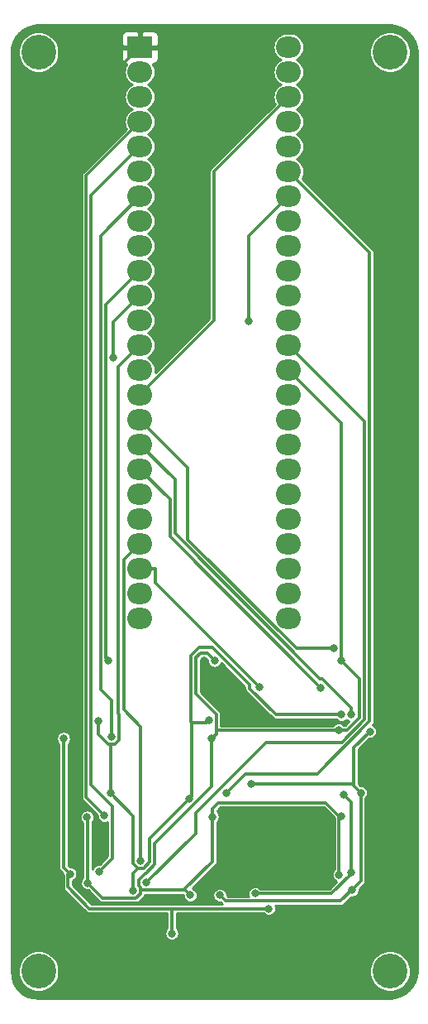
<source format=gbl>
%TF.GenerationSoftware,KiCad,Pcbnew,5.1.10-88a1d61d58~88~ubuntu20.10.1*%
%TF.CreationDate,2021-05-14T12:57:49-04:00*%
%TF.ProjectId,lick_detector_interface,6c69636b-5f64-4657-9465-63746f725f69,1.0*%
%TF.SameCoordinates,Original*%
%TF.FileFunction,Copper,L2,Bot*%
%TF.FilePolarity,Positive*%
%FSLAX46Y46*%
G04 Gerber Fmt 4.6, Leading zero omitted, Abs format (unit mm)*
G04 Created by KiCad (PCBNEW 5.1.10-88a1d61d58~88~ubuntu20.10.1) date 2021-05-14 12:57:49*
%MOMM*%
%LPD*%
G01*
G04 APERTURE LIST*
%TA.AperFunction,ComponentPad*%
%ADD10O,2.540000X2.184400*%
%TD*%
%TA.AperFunction,ComponentPad*%
%ADD11R,2.540000X2.184400*%
%TD*%
%TA.AperFunction,ComponentPad*%
%ADD12C,3.556000*%
%TD*%
%TA.AperFunction,ViaPad*%
%ADD13C,0.812800*%
%TD*%
%TA.AperFunction,Conductor*%
%ADD14C,0.304800*%
%TD*%
%TA.AperFunction,Conductor*%
%ADD15C,0.254000*%
%TD*%
%TA.AperFunction,Conductor*%
%ADD16C,0.100000*%
%TD*%
G04 APERTURE END LIST*
D10*
%TO.P,TEENSY1,*%
%TO.N,*%
X167620000Y-67050000D03*
%TO.P,TEENSY1,33*%
%TO.N,/INT1_9*%
X167620000Y-89910000D03*
%TO.P,TEENSY1,34*%
%TO.N,/INT2_9*%
X167620000Y-87370000D03*
%TO.P,TEENSY1,38*%
%TO.N,/~CS_10*%
X167620000Y-77210000D03*
%TO.P,TEENSY1,37*%
%TO.N,/INT2_10*%
X167620000Y-79750000D03*
%TO.P,TEENSY1,41*%
%TO.N,/~CS_11*%
X167620000Y-69590000D03*
%TO.P,TEENSY1,39*%
%TO.N,/INT1_11*%
X167620000Y-74670000D03*
%TO.P,TEENSY1,35*%
%TO.N,/~CS_9*%
X167620000Y-84830000D03*
%TO.P,TEENSY1,36*%
%TO.N,/INT1_10*%
X167620000Y-82290000D03*
%TO.P,TEENSY1,40*%
%TO.N,/INT2_11*%
X167620000Y-72130000D03*
%TO.P,TEENSY1,3V3*%
%TO.N,/VAA*%
X152380000Y-67050000D03*
%TO.P,TEENSY1,32*%
%TO.N,/~CS_6*%
X152380000Y-89910000D03*
%TO.P,TEENSY1,31*%
%TO.N,/INT2_6*%
X152380000Y-87370000D03*
%TO.P,TEENSY1,27*%
%TO.N,/INT1_7*%
X152380000Y-77210000D03*
%TO.P,TEENSY1,30*%
%TO.N,/INT1_6*%
X152380000Y-84830000D03*
%TO.P,TEENSY1,25*%
%TO.N,/INT2_8*%
X152380000Y-72130000D03*
%TO.P,TEENSY1,28*%
%TO.N,/INT2_7*%
X152380000Y-79750000D03*
%TO.P,TEENSY1,29*%
%TO.N,/~CS_7*%
X152380000Y-82290000D03*
%TO.P,TEENSY1,24*%
%TO.N,/INT1_8*%
X152380000Y-69590000D03*
%TO.P,TEENSY1,26*%
%TO.N,/~CS_8*%
X152380000Y-74670000D03*
%TO.P,TEENSY1,V_IN*%
%TO.N,N/C*%
X167620000Y-31490000D03*
%TO.P,TEENSY1,*%
%TO.N,*%
X167620000Y-34030000D03*
%TO.P,TEENSY1,3V3*%
%TO.N,/VAA*%
X167620000Y-36570000D03*
%TO.P,TEENSY1,23*%
%TO.N,N/C*%
X167620000Y-39110000D03*
%TO.P,TEENSY1,22*%
%TO.N,/~CS_5*%
X167620000Y-41650000D03*
%TO.P,TEENSY1,21*%
%TO.N,/INT2_5*%
X167620000Y-44190000D03*
%TO.P,TEENSY1,20*%
%TO.N,/INT1_5*%
X167620000Y-46730000D03*
%TO.P,TEENSY1,19*%
%TO.N,/~CS_4*%
X167620000Y-49270000D03*
%TO.P,TEENSY1,18*%
%TO.N,/INT2_4*%
X167620000Y-51810000D03*
%TO.P,TEENSY1,17*%
%TO.N,/INT1_4*%
X167620000Y-54350000D03*
%TO.P,TEENSY1,16*%
%TO.N,/~CS_3*%
X167620000Y-56890000D03*
%TO.P,TEENSY1,15*%
%TO.N,/INT2_3*%
X167620000Y-59430000D03*
%TO.P,TEENSY1,14*%
%TO.N,/INT1_3*%
X167620000Y-61970000D03*
%TO.P,TEENSY1,13*%
%TO.N,/SCK*%
X167620000Y-64510000D03*
%TO.P,TEENSY1,12*%
%TO.N,/MISO*%
X152380000Y-64510000D03*
%TO.P,TEENSY1,11*%
%TO.N,/MOSI*%
X152380000Y-61970000D03*
%TO.P,TEENSY1,10*%
%TO.N,/~CS_0*%
X152380000Y-59430000D03*
%TO.P,TEENSY1,9*%
%TO.N,/INT2_0*%
X152380000Y-56890000D03*
%TO.P,TEENSY1,8*%
%TO.N,/INT1_0*%
X152380000Y-54350000D03*
%TO.P,TEENSY1,7*%
%TO.N,/~CS_1*%
X152380000Y-51810000D03*
%TO.P,TEENSY1,6*%
%TO.N,/INT2_1*%
X152380000Y-49270000D03*
%TO.P,TEENSY1,5*%
%TO.N,/INT1_1*%
X152380000Y-46730000D03*
%TO.P,TEENSY1,4*%
%TO.N,/~CS_2*%
X152380000Y-44190000D03*
%TO.P,TEENSY1,3*%
%TO.N,/INT2_2*%
X152380000Y-41650000D03*
%TO.P,TEENSY1,2*%
%TO.N,/INT1_2*%
X152380000Y-39110000D03*
%TO.P,TEENSY1,1*%
%TO.N,N/C*%
X152380000Y-36570000D03*
%TO.P,TEENSY1,0*%
X152380000Y-34030000D03*
D11*
%TO.P,TEENSY1,GND*%
%TO.N,/GND*%
X152380000Y-31490000D03*
%TD*%
D12*
%TO.P,MH1,1*%
%TO.N,N/C*%
X142000000Y-32000000D03*
%TD*%
%TO.P,MH2,1*%
%TO.N,N/C*%
X178000000Y-32000000D03*
%TD*%
%TO.P,MH3,1*%
%TO.N,N/C*%
X178000000Y-126000000D03*
%TD*%
%TO.P,MH4,1*%
%TO.N,N/C*%
X142000000Y-126000000D03*
%TD*%
D13*
%TO.N,/SCK*%
X157555200Y-118213200D03*
X173033000Y-110114700D03*
X172787000Y-116123900D03*
X146982500Y-110233100D03*
X147036400Y-116981600D03*
X173029500Y-94220900D03*
X172750000Y-101296000D03*
X159764600Y-102222000D03*
X160047300Y-94217400D03*
X159809500Y-110189800D03*
%TO.N,/MOSI*%
X148168300Y-100411600D03*
X164195200Y-118055000D03*
X151664800Y-117744900D03*
X173250000Y-107954400D03*
X173998300Y-115909900D03*
X157440600Y-108381900D03*
X149393300Y-107810200D03*
X159438000Y-100358900D03*
X173037700Y-99761700D03*
%TO.N,/MISO*%
X163827600Y-106870400D03*
X160582100Y-118211700D03*
X174125600Y-117664200D03*
X175960200Y-101479500D03*
X175018400Y-107737500D03*
%TO.N,/GND*%
X160763000Y-109533700D03*
X171813700Y-100581600D03*
X171750000Y-117035100D03*
X171768400Y-110229700D03*
X145804800Y-117021400D03*
X145768400Y-94217400D03*
X145927700Y-110227200D03*
X161522600Y-100406400D03*
X145590300Y-102084800D03*
X158837400Y-118239200D03*
X158926700Y-94217400D03*
%TO.N,/VAA*%
X155656200Y-122123800D03*
X165585800Y-119595400D03*
X144573900Y-102182500D03*
X145250000Y-116027400D03*
%TO.N,/INT2_0*%
X149684800Y-63245700D03*
%TO.N,/INT1_0*%
X149136900Y-94223600D03*
%TO.N,/INT1_1*%
X149476100Y-101992700D03*
%TO.N,/INT2_2*%
X148209000Y-115783000D03*
%TO.N,/INT1_2*%
X148750000Y-110076000D03*
%TO.N,/INT1_3*%
X153034500Y-116958300D03*
%TO.N,/INT1_5*%
X163555900Y-59492600D03*
%TO.N,/INT2_5*%
X161250000Y-107764900D03*
%TO.N,/INT1_6*%
X164632300Y-96920600D03*
%TO.N,/~CS_7*%
X152479000Y-114681900D03*
%TO.N,/~CS_8*%
X170943300Y-97036800D03*
%TO.N,/INT2_8*%
X174054100Y-99761700D03*
%TO.N,/INT1_8*%
X172247700Y-92950600D03*
%TD*%
D14*
%TO.N,/SCK*%
X172750000Y-101296000D02*
X173614500Y-101296000D01*
X173614500Y-101296000D02*
X174871700Y-100038800D01*
X174871700Y-100038800D02*
X174871700Y-96063100D01*
X174871700Y-96063100D02*
X173029500Y-94220900D01*
X159809500Y-110189800D02*
X159809500Y-109409200D01*
X159809500Y-109409200D02*
X160447300Y-108771400D01*
X160447300Y-108771400D02*
X171443700Y-108771400D01*
X171443700Y-108771400D02*
X172787000Y-110114700D01*
X160201000Y-101375800D02*
X172670200Y-101375800D01*
X172670200Y-101375800D02*
X172750000Y-101296000D01*
X156972100Y-117630100D02*
X157555200Y-118213200D01*
X152427100Y-117720600D02*
X156881600Y-117720600D01*
X156881600Y-117720600D02*
X156972100Y-117630100D01*
X156972100Y-117630100D02*
X159809500Y-114792700D01*
X159809500Y-114792700D02*
X159809500Y-110189800D01*
X152427100Y-117720600D02*
X152427100Y-117429100D01*
X152427100Y-117429100D02*
X152246100Y-117248100D01*
X152246100Y-117248100D02*
X152246100Y-116627000D01*
X152246100Y-116627000D02*
X152920600Y-115952500D01*
X152920600Y-115952500D02*
X153005300Y-115952500D01*
X153005300Y-115952500D02*
X153929600Y-115028200D01*
X153929600Y-115028200D02*
X153929600Y-112971100D01*
X153929600Y-112971100D02*
X159764600Y-107136100D01*
X159764600Y-107136100D02*
X159764600Y-102222000D01*
X160201000Y-101375800D02*
X160201000Y-99702600D01*
X160201000Y-99702600D02*
X158137600Y-97639200D01*
X158137600Y-97639200D02*
X158137600Y-93921900D01*
X158137600Y-93921900D02*
X158604500Y-93455000D01*
X158604500Y-93455000D02*
X159284900Y-93455000D01*
X159284900Y-93455000D02*
X160047300Y-94217400D01*
X159764600Y-102222000D02*
X160201000Y-101785600D01*
X160201000Y-101785600D02*
X160201000Y-101375800D01*
X147036400Y-116981600D02*
X148562000Y-118507200D01*
X148562000Y-118507200D02*
X151980600Y-118507200D01*
X151980600Y-118507200D02*
X152427100Y-118060700D01*
X152427100Y-118060700D02*
X152427100Y-117720600D01*
X172787000Y-116123900D02*
X172787000Y-110114700D01*
X173033000Y-110114700D02*
X172787000Y-110114700D01*
X147036400Y-116981600D02*
X147036400Y-110287000D01*
X147036400Y-110287000D02*
X146982500Y-110233100D01*
X167620000Y-64510000D02*
X173029500Y-69919500D01*
X173029500Y-69919500D02*
X173029500Y-94220900D01*
%TO.N,/MOSI*%
X149393300Y-102776800D02*
X149174900Y-102776800D01*
X149174900Y-102776800D02*
X148168300Y-101770200D01*
X148168300Y-101770200D02*
X148168300Y-100411600D01*
X152380000Y-61970000D02*
X150201200Y-64148800D01*
X150201200Y-64148800D02*
X150201200Y-99649600D01*
X150201200Y-99649600D02*
X150244500Y-99692900D01*
X150244500Y-99692900D02*
X150244500Y-102351300D01*
X150244500Y-102351300D02*
X149819000Y-102776800D01*
X149819000Y-102776800D02*
X149393300Y-102776800D01*
X149393300Y-107810200D02*
X149393300Y-102776800D01*
X173998300Y-115909900D02*
X173998300Y-116058500D01*
X173998300Y-116058500D02*
X172001800Y-118055000D01*
X172001800Y-118055000D02*
X164195200Y-118055000D01*
X173998300Y-115909900D02*
X173998300Y-108702700D01*
X173998300Y-108702700D02*
X173250000Y-107954400D01*
X152163300Y-115444200D02*
X152794800Y-115444200D01*
X152794800Y-115444200D02*
X153421300Y-114817700D01*
X153421300Y-114817700D02*
X153421300Y-112401200D01*
X153421300Y-112401200D02*
X157440600Y-108381900D01*
X149393300Y-107810200D02*
X151716700Y-110133600D01*
X151716700Y-110133600D02*
X151716700Y-114997600D01*
X151716700Y-114997600D02*
X152163300Y-115444200D01*
X152163300Y-115444200D02*
X151664800Y-115942700D01*
X151664800Y-115942700D02*
X151664800Y-117744900D01*
X157712500Y-100539300D02*
X157621900Y-100448700D01*
X157621900Y-100448700D02*
X157621900Y-93702600D01*
X157621900Y-93702600D02*
X158428100Y-92896400D01*
X158428100Y-92896400D02*
X159805100Y-92896400D01*
X159805100Y-92896400D02*
X163629300Y-96720600D01*
X163629300Y-96720600D02*
X163629300Y-97076800D01*
X163629300Y-97076800D02*
X166314200Y-99761700D01*
X166314200Y-99761700D02*
X173037700Y-99761700D01*
X157712500Y-100539300D02*
X157712500Y-108110000D01*
X157712500Y-108110000D02*
X157440600Y-108381900D01*
X157712500Y-100539300D02*
X159257600Y-100539300D01*
X159257600Y-100539300D02*
X159438000Y-100358900D01*
%TO.N,/MISO*%
X160582100Y-118211700D02*
X161187700Y-118817300D01*
X161187700Y-118817300D02*
X172972500Y-118817300D01*
X172972500Y-118817300D02*
X174125600Y-117664200D01*
X174323300Y-106870400D02*
X174323300Y-103116400D01*
X174323300Y-103116400D02*
X175960200Y-101479500D01*
X175018400Y-107737500D02*
X174323300Y-107042400D01*
X174323300Y-107042400D02*
X174323300Y-106870400D01*
X174323300Y-106870400D02*
X163827600Y-106870400D01*
X175018400Y-107737500D02*
X175018400Y-116771400D01*
X175018400Y-116771400D02*
X174125600Y-117664200D01*
%TO.N,/GND*%
X158837400Y-118239200D02*
X158061100Y-119015500D01*
X158061100Y-119015500D02*
X147992300Y-119015500D01*
X147992300Y-119015500D02*
X146017200Y-117040400D01*
X146017200Y-117040400D02*
X146017200Y-117021400D01*
X163435000Y-113641600D02*
X158837400Y-118239200D01*
X168356500Y-113641600D02*
X163435000Y-113641600D01*
X163435000Y-113641600D02*
X163435000Y-112205700D01*
X163435000Y-112205700D02*
X160763000Y-109533700D01*
X161522600Y-100406400D02*
X171638500Y-100406400D01*
X171638500Y-100406400D02*
X171813700Y-100581600D01*
X158926700Y-94217400D02*
X161522600Y-96813300D01*
X161522600Y-96813300D02*
X161522600Y-100406400D01*
X168356500Y-113641600D02*
X171768400Y-110229700D01*
X168356500Y-113641600D02*
X171750000Y-117035100D01*
X152380000Y-31490000D02*
X145768400Y-38101600D01*
X145768400Y-38101600D02*
X145768400Y-94217400D01*
X145590300Y-102084800D02*
X145768400Y-101906700D01*
X145768400Y-101906700D02*
X145768400Y-94217400D01*
X146017200Y-117021400D02*
X145804800Y-117021400D01*
X145927700Y-110227200D02*
X146017200Y-110316700D01*
X146017200Y-110316700D02*
X146017200Y-117021400D01*
X145590300Y-102084800D02*
X145590300Y-109889800D01*
X145590300Y-109889800D02*
X145927700Y-110227200D01*
%TO.N,/VAA*%
X155656200Y-119595400D02*
X147241000Y-119595400D01*
X147241000Y-119595400D02*
X145018600Y-117373000D01*
X145018600Y-117373000D02*
X145018600Y-116258800D01*
X145018600Y-116258800D02*
X145250000Y-116027400D01*
X165585800Y-119595400D02*
X155656200Y-119595400D01*
X155656200Y-119595400D02*
X155656200Y-122123800D01*
X144573900Y-102182500D02*
X144573900Y-115351300D01*
X144573900Y-115351300D02*
X145250000Y-116027400D01*
X152380000Y-67050000D02*
X160000000Y-59430000D01*
X160000000Y-59430000D02*
X160000000Y-44190000D01*
X160000000Y-44190000D02*
X167620000Y-36570000D01*
%TO.N,/INT2_0*%
X152380000Y-56890000D02*
X149684800Y-59585200D01*
X149684800Y-59585200D02*
X149684800Y-63245700D01*
%TO.N,/INT1_0*%
X149136900Y-94223600D02*
X148922400Y-94009100D01*
X148922400Y-94009100D02*
X148922400Y-57807600D01*
X148922400Y-57807600D02*
X152380000Y-54350000D01*
%TO.N,/INT1_1*%
X152380000Y-46730000D02*
X148349000Y-50761000D01*
X148349000Y-50761000D02*
X148349000Y-97184200D01*
X148349000Y-97184200D02*
X149476100Y-98311300D01*
X149476100Y-98311300D02*
X149476100Y-101992700D01*
%TO.N,/INT2_2*%
X152380000Y-41650000D02*
X147406000Y-46624000D01*
X147406000Y-46624000D02*
X147406000Y-106953700D01*
X147406000Y-106953700D02*
X149558300Y-109106000D01*
X149558300Y-109106000D02*
X149558300Y-114433700D01*
X149558300Y-114433700D02*
X148209000Y-115783000D01*
%TO.N,/INT1_2*%
X152380000Y-39110000D02*
X146897700Y-44592300D01*
X146897700Y-44592300D02*
X146897700Y-108223700D01*
X146897700Y-108223700D02*
X148750000Y-110076000D01*
%TO.N,/INT1_3*%
X167620000Y-61970000D02*
X175394000Y-69744000D01*
X175394000Y-69744000D02*
X175394000Y-100240500D01*
X175394000Y-100240500D02*
X173067900Y-102566600D01*
X173067900Y-102566600D02*
X165340600Y-102566600D01*
X165340600Y-102566600D02*
X158080700Y-109826500D01*
X158080700Y-109826500D02*
X158080700Y-111912100D01*
X158080700Y-111912100D02*
X153034500Y-116958300D01*
%TO.N,/INT1_5*%
X167620000Y-46730000D02*
X163555900Y-50794100D01*
X163555900Y-50794100D02*
X163555900Y-59492600D01*
%TO.N,/INT2_5*%
X167620000Y-44190000D02*
X175912500Y-52482500D01*
X175912500Y-52482500D02*
X175912500Y-100441000D01*
X175912500Y-100441000D02*
X170549900Y-105803600D01*
X170549900Y-105803600D02*
X163211300Y-105803600D01*
X163211300Y-105803600D02*
X161250000Y-107764900D01*
%TO.N,/INT1_6*%
X154005900Y-84830000D02*
X154005900Y-86294200D01*
X154005900Y-86294200D02*
X164632300Y-96920600D01*
X152380000Y-84830000D02*
X154005900Y-84830000D01*
%TO.N,/~CS_7*%
X152380000Y-82290000D02*
X150743600Y-83926400D01*
X150743600Y-83926400D02*
X150743600Y-99226000D01*
X150743600Y-99226000D02*
X152479000Y-100961400D01*
X152479000Y-100961400D02*
X152479000Y-114681900D01*
%TO.N,/~CS_8*%
X152380000Y-74670000D02*
X155460800Y-77750800D01*
X155460800Y-77750800D02*
X155460800Y-81554300D01*
X155460800Y-81554300D02*
X170943300Y-97036800D01*
%TO.N,/INT2_8*%
X152380000Y-72130000D02*
X155969200Y-75719200D01*
X155969200Y-75719200D02*
X155969200Y-81228400D01*
X155969200Y-81228400D02*
X170844300Y-96103500D01*
X170844300Y-96103500D02*
X171117500Y-96103500D01*
X171117500Y-96103500D02*
X174054100Y-99040100D01*
X174054100Y-99040100D02*
X174054100Y-99761700D01*
%TO.N,/INT1_8*%
X152380000Y-69590000D02*
X157298300Y-74508300D01*
X157298300Y-74508300D02*
X157298300Y-81838500D01*
X157298300Y-81838500D02*
X168410400Y-92950600D01*
X168410400Y-92950600D02*
X172247700Y-92950600D01*
%TD*%
D15*
%TO.N,/GND*%
X178538169Y-29282063D02*
X179055832Y-29438354D01*
X179533287Y-29692221D01*
X179952334Y-30033988D01*
X180297019Y-30450640D01*
X180554212Y-30926310D01*
X180714115Y-31442870D01*
X180771768Y-31991409D01*
X180771800Y-32000508D01*
X180771801Y-125988828D01*
X180717937Y-126538169D01*
X180561646Y-127055830D01*
X180307779Y-127533287D01*
X179966012Y-127952334D01*
X179549360Y-128297019D01*
X179073693Y-128554210D01*
X178557130Y-128714115D01*
X178008591Y-128771768D01*
X177999492Y-128771800D01*
X142011162Y-128771800D01*
X141461831Y-128717937D01*
X140944170Y-128561646D01*
X140466713Y-128307779D01*
X140047666Y-127966012D01*
X139702981Y-127549360D01*
X139445790Y-127073693D01*
X139285885Y-126557130D01*
X139228232Y-126008591D01*
X139228200Y-125999492D01*
X139228200Y-125792360D01*
X139891800Y-125792360D01*
X139891800Y-126207640D01*
X139972817Y-126614939D01*
X140131737Y-126998607D01*
X140362454Y-127343899D01*
X140656101Y-127637546D01*
X141001393Y-127868263D01*
X141385061Y-128027183D01*
X141792360Y-128108200D01*
X142207640Y-128108200D01*
X142614939Y-128027183D01*
X142998607Y-127868263D01*
X143343899Y-127637546D01*
X143637546Y-127343899D01*
X143868263Y-126998607D01*
X144027183Y-126614939D01*
X144108200Y-126207640D01*
X144108200Y-125792360D01*
X175891800Y-125792360D01*
X175891800Y-126207640D01*
X175972817Y-126614939D01*
X176131737Y-126998607D01*
X176362454Y-127343899D01*
X176656101Y-127637546D01*
X177001393Y-127868263D01*
X177385061Y-128027183D01*
X177792360Y-128108200D01*
X178207640Y-128108200D01*
X178614939Y-128027183D01*
X178998607Y-127868263D01*
X179343899Y-127637546D01*
X179637546Y-127343899D01*
X179868263Y-126998607D01*
X180027183Y-126614939D01*
X180108200Y-126207640D01*
X180108200Y-125792360D01*
X180027183Y-125385061D01*
X179868263Y-125001393D01*
X179637546Y-124656101D01*
X179343899Y-124362454D01*
X178998607Y-124131737D01*
X178614939Y-123972817D01*
X178207640Y-123891800D01*
X177792360Y-123891800D01*
X177385061Y-123972817D01*
X177001393Y-124131737D01*
X176656101Y-124362454D01*
X176362454Y-124656101D01*
X176131737Y-125001393D01*
X175972817Y-125385061D01*
X175891800Y-125792360D01*
X144108200Y-125792360D01*
X144027183Y-125385061D01*
X143868263Y-125001393D01*
X143637546Y-124656101D01*
X143343899Y-124362454D01*
X142998607Y-124131737D01*
X142614939Y-123972817D01*
X142207640Y-123891800D01*
X141792360Y-123891800D01*
X141385061Y-123972817D01*
X141001393Y-124131737D01*
X140656101Y-124362454D01*
X140362454Y-124656101D01*
X140131737Y-125001393D01*
X139972817Y-125385061D01*
X139891800Y-125792360D01*
X139228200Y-125792360D01*
X139228200Y-102109951D01*
X143837300Y-102109951D01*
X143837300Y-102255049D01*
X143865607Y-102397358D01*
X143921134Y-102531411D01*
X144001745Y-102652055D01*
X144091300Y-102741610D01*
X144091301Y-115327585D01*
X144088965Y-115351300D01*
X144098284Y-115445906D01*
X144125878Y-115536876D01*
X144159512Y-115599799D01*
X144170692Y-115620715D01*
X144231000Y-115694201D01*
X144249413Y-115709312D01*
X144513400Y-115973299D01*
X144513400Y-116099949D01*
X144537418Y-116220697D01*
X144533665Y-116258800D01*
X144536001Y-116282515D01*
X144536000Y-117349295D01*
X144533665Y-117373000D01*
X144536000Y-117396705D01*
X144536000Y-117396706D01*
X144542983Y-117467605D01*
X144570578Y-117558576D01*
X144615391Y-117642415D01*
X144675699Y-117715901D01*
X144694118Y-117731017D01*
X146882983Y-119919882D01*
X146898099Y-119938301D01*
X146971585Y-119998609D01*
X147055423Y-120043422D01*
X147146394Y-120071017D01*
X147217293Y-120078000D01*
X147217294Y-120078000D01*
X147240999Y-120080335D01*
X147264704Y-120078000D01*
X155173600Y-120078000D01*
X155173601Y-121564689D01*
X155084045Y-121654245D01*
X155003434Y-121774889D01*
X154947907Y-121908942D01*
X154919600Y-122051251D01*
X154919600Y-122196349D01*
X154947907Y-122338658D01*
X155003434Y-122472711D01*
X155084045Y-122593355D01*
X155186645Y-122695955D01*
X155307289Y-122776566D01*
X155441342Y-122832093D01*
X155583651Y-122860400D01*
X155728749Y-122860400D01*
X155871058Y-122832093D01*
X156005111Y-122776566D01*
X156125755Y-122695955D01*
X156228355Y-122593355D01*
X156308966Y-122472711D01*
X156364493Y-122338658D01*
X156392800Y-122196349D01*
X156392800Y-122051251D01*
X156364493Y-121908942D01*
X156308966Y-121774889D01*
X156228355Y-121654245D01*
X156138800Y-121564690D01*
X156138800Y-120078000D01*
X165026690Y-120078000D01*
X165116245Y-120167555D01*
X165236889Y-120248166D01*
X165370942Y-120303693D01*
X165513251Y-120332000D01*
X165658349Y-120332000D01*
X165800658Y-120303693D01*
X165934711Y-120248166D01*
X166055355Y-120167555D01*
X166157955Y-120064955D01*
X166238566Y-119944311D01*
X166294093Y-119810258D01*
X166322400Y-119667949D01*
X166322400Y-119522851D01*
X166294093Y-119380542D01*
X166260690Y-119299900D01*
X172948795Y-119299900D01*
X172972500Y-119302235D01*
X172996205Y-119299900D01*
X172996207Y-119299900D01*
X173067106Y-119292917D01*
X173158077Y-119265322D01*
X173241915Y-119220509D01*
X173315401Y-119160201D01*
X173330517Y-119141782D01*
X174071500Y-118400800D01*
X174198149Y-118400800D01*
X174340458Y-118372493D01*
X174474511Y-118316966D01*
X174595155Y-118236355D01*
X174697755Y-118133755D01*
X174778366Y-118013111D01*
X174833893Y-117879058D01*
X174862200Y-117736749D01*
X174862200Y-117610099D01*
X175342887Y-117129412D01*
X175361301Y-117114301D01*
X175421609Y-117040815D01*
X175466422Y-116956977D01*
X175484793Y-116896415D01*
X175494017Y-116866007D01*
X175503335Y-116771400D01*
X175501000Y-116747693D01*
X175501000Y-108296610D01*
X175590555Y-108207055D01*
X175671166Y-108086411D01*
X175726693Y-107952358D01*
X175755000Y-107810049D01*
X175755000Y-107664951D01*
X175726693Y-107522642D01*
X175671166Y-107388589D01*
X175590555Y-107267945D01*
X175487955Y-107165345D01*
X175367311Y-107084734D01*
X175233258Y-107029207D01*
X175090949Y-107000900D01*
X174964299Y-107000900D01*
X174805900Y-106842501D01*
X174805900Y-103316299D01*
X175906099Y-102216100D01*
X176032749Y-102216100D01*
X176175058Y-102187793D01*
X176309111Y-102132266D01*
X176429755Y-102051655D01*
X176532355Y-101949055D01*
X176612966Y-101828411D01*
X176668493Y-101694358D01*
X176696800Y-101552049D01*
X176696800Y-101406951D01*
X176668493Y-101264642D01*
X176612966Y-101130589D01*
X176532355Y-101009945D01*
X176429755Y-100907345D01*
X176309111Y-100826734D01*
X176238731Y-100797581D01*
X176255401Y-100783901D01*
X176315709Y-100710415D01*
X176360522Y-100626577D01*
X176379205Y-100564987D01*
X176388117Y-100535607D01*
X176397435Y-100441000D01*
X176395100Y-100417293D01*
X176395100Y-52506207D01*
X176397435Y-52482500D01*
X176388117Y-52387893D01*
X176360522Y-52296923D01*
X176315708Y-52213084D01*
X176270513Y-52158013D01*
X176270512Y-52158012D01*
X176255401Y-52139599D01*
X176236988Y-52124488D01*
X169024647Y-44912147D01*
X169118284Y-44736963D01*
X169199619Y-44468839D01*
X169227082Y-44190000D01*
X169199619Y-43911161D01*
X169118284Y-43643037D01*
X168986205Y-43395933D01*
X168808455Y-43179345D01*
X168591867Y-43001595D01*
X168439213Y-42920000D01*
X168591867Y-42838405D01*
X168808455Y-42660655D01*
X168986205Y-42444067D01*
X169118284Y-42196963D01*
X169199619Y-41928839D01*
X169227082Y-41650000D01*
X169199619Y-41371161D01*
X169118284Y-41103037D01*
X168986205Y-40855933D01*
X168808455Y-40639345D01*
X168591867Y-40461595D01*
X168439213Y-40380000D01*
X168591867Y-40298405D01*
X168808455Y-40120655D01*
X168986205Y-39904067D01*
X169118284Y-39656963D01*
X169199619Y-39388839D01*
X169227082Y-39110000D01*
X169199619Y-38831161D01*
X169118284Y-38563037D01*
X168986205Y-38315933D01*
X168808455Y-38099345D01*
X168591867Y-37921595D01*
X168439213Y-37840000D01*
X168591867Y-37758405D01*
X168808455Y-37580655D01*
X168986205Y-37364067D01*
X169118284Y-37116963D01*
X169199619Y-36848839D01*
X169227082Y-36570000D01*
X169199619Y-36291161D01*
X169118284Y-36023037D01*
X168986205Y-35775933D01*
X168808455Y-35559345D01*
X168591867Y-35381595D01*
X168439213Y-35300000D01*
X168591867Y-35218405D01*
X168808455Y-35040655D01*
X168986205Y-34824067D01*
X169118284Y-34576963D01*
X169199619Y-34308839D01*
X169227082Y-34030000D01*
X169199619Y-33751161D01*
X169118284Y-33483037D01*
X168986205Y-33235933D01*
X168808455Y-33019345D01*
X168591867Y-32841595D01*
X168439213Y-32760000D01*
X168591867Y-32678405D01*
X168808455Y-32500655D01*
X168986205Y-32284067D01*
X169118284Y-32036963D01*
X169192483Y-31792360D01*
X175891800Y-31792360D01*
X175891800Y-32207640D01*
X175972817Y-32614939D01*
X176131737Y-32998607D01*
X176362454Y-33343899D01*
X176656101Y-33637546D01*
X177001393Y-33868263D01*
X177385061Y-34027183D01*
X177792360Y-34108200D01*
X178207640Y-34108200D01*
X178614939Y-34027183D01*
X178998607Y-33868263D01*
X179343899Y-33637546D01*
X179637546Y-33343899D01*
X179868263Y-32998607D01*
X180027183Y-32614939D01*
X180108200Y-32207640D01*
X180108200Y-31792360D01*
X180027183Y-31385061D01*
X179868263Y-31001393D01*
X179637546Y-30656101D01*
X179343899Y-30362454D01*
X178998607Y-30131737D01*
X178614939Y-29972817D01*
X178207640Y-29891800D01*
X177792360Y-29891800D01*
X177385061Y-29972817D01*
X177001393Y-30131737D01*
X176656101Y-30362454D01*
X176362454Y-30656101D01*
X176131737Y-31001393D01*
X175972817Y-31385061D01*
X175891800Y-31792360D01*
X169192483Y-31792360D01*
X169199619Y-31768839D01*
X169227082Y-31490000D01*
X169199619Y-31211161D01*
X169118284Y-30943037D01*
X168986205Y-30695933D01*
X168808455Y-30479345D01*
X168591867Y-30301595D01*
X168344763Y-30169516D01*
X168076639Y-30088181D01*
X167867675Y-30067600D01*
X167372325Y-30067600D01*
X167163361Y-30088181D01*
X166895237Y-30169516D01*
X166648133Y-30301595D01*
X166431545Y-30479345D01*
X166253795Y-30695933D01*
X166121716Y-30943037D01*
X166040381Y-31211161D01*
X166012918Y-31490000D01*
X166040381Y-31768839D01*
X166121716Y-32036963D01*
X166253795Y-32284067D01*
X166431545Y-32500655D01*
X166648133Y-32678405D01*
X166800787Y-32760000D01*
X166648133Y-32841595D01*
X166431545Y-33019345D01*
X166253795Y-33235933D01*
X166121716Y-33483037D01*
X166040381Y-33751161D01*
X166012918Y-34030000D01*
X166040381Y-34308839D01*
X166121716Y-34576963D01*
X166253795Y-34824067D01*
X166431545Y-35040655D01*
X166648133Y-35218405D01*
X166800787Y-35300000D01*
X166648133Y-35381595D01*
X166431545Y-35559345D01*
X166253795Y-35775933D01*
X166121716Y-36023037D01*
X166040381Y-36291161D01*
X166012918Y-36570000D01*
X166040381Y-36848839D01*
X166121716Y-37116963D01*
X166215353Y-37292148D01*
X159675514Y-43831987D01*
X159657100Y-43847099D01*
X159641989Y-43865512D01*
X159641987Y-43865514D01*
X159596792Y-43920585D01*
X159551978Y-44004424D01*
X159524384Y-44095394D01*
X159515065Y-44190000D01*
X159517401Y-44213715D01*
X159517400Y-59230101D01*
X153959724Y-64787777D01*
X153987082Y-64510000D01*
X153959619Y-64231161D01*
X153878284Y-63963037D01*
X153746205Y-63715933D01*
X153568455Y-63499345D01*
X153351867Y-63321595D01*
X153199213Y-63240000D01*
X153351867Y-63158405D01*
X153568455Y-62980655D01*
X153746205Y-62764067D01*
X153878284Y-62516963D01*
X153959619Y-62248839D01*
X153987082Y-61970000D01*
X153959619Y-61691161D01*
X153878284Y-61423037D01*
X153746205Y-61175933D01*
X153568455Y-60959345D01*
X153351867Y-60781595D01*
X153199213Y-60700000D01*
X153351867Y-60618405D01*
X153568455Y-60440655D01*
X153746205Y-60224067D01*
X153878284Y-59976963D01*
X153959619Y-59708839D01*
X153987082Y-59430000D01*
X153959619Y-59151161D01*
X153878284Y-58883037D01*
X153746205Y-58635933D01*
X153568455Y-58419345D01*
X153351867Y-58241595D01*
X153199213Y-58160000D01*
X153351867Y-58078405D01*
X153568455Y-57900655D01*
X153746205Y-57684067D01*
X153878284Y-57436963D01*
X153959619Y-57168839D01*
X153987082Y-56890000D01*
X153959619Y-56611161D01*
X153878284Y-56343037D01*
X153746205Y-56095933D01*
X153568455Y-55879345D01*
X153351867Y-55701595D01*
X153199213Y-55620000D01*
X153351867Y-55538405D01*
X153568455Y-55360655D01*
X153746205Y-55144067D01*
X153878284Y-54896963D01*
X153959619Y-54628839D01*
X153987082Y-54350000D01*
X153959619Y-54071161D01*
X153878284Y-53803037D01*
X153746205Y-53555933D01*
X153568455Y-53339345D01*
X153351867Y-53161595D01*
X153199213Y-53080000D01*
X153351867Y-52998405D01*
X153568455Y-52820655D01*
X153746205Y-52604067D01*
X153878284Y-52356963D01*
X153959619Y-52088839D01*
X153987082Y-51810000D01*
X153959619Y-51531161D01*
X153878284Y-51263037D01*
X153746205Y-51015933D01*
X153568455Y-50799345D01*
X153351867Y-50621595D01*
X153199213Y-50540000D01*
X153351867Y-50458405D01*
X153568455Y-50280655D01*
X153746205Y-50064067D01*
X153878284Y-49816963D01*
X153959619Y-49548839D01*
X153987082Y-49270000D01*
X153959619Y-48991161D01*
X153878284Y-48723037D01*
X153746205Y-48475933D01*
X153568455Y-48259345D01*
X153351867Y-48081595D01*
X153199213Y-48000000D01*
X153351867Y-47918405D01*
X153568455Y-47740655D01*
X153746205Y-47524067D01*
X153878284Y-47276963D01*
X153959619Y-47008839D01*
X153987082Y-46730000D01*
X153959619Y-46451161D01*
X153878284Y-46183037D01*
X153746205Y-45935933D01*
X153568455Y-45719345D01*
X153351867Y-45541595D01*
X153199213Y-45460000D01*
X153351867Y-45378405D01*
X153568455Y-45200655D01*
X153746205Y-44984067D01*
X153878284Y-44736963D01*
X153959619Y-44468839D01*
X153987082Y-44190000D01*
X153959619Y-43911161D01*
X153878284Y-43643037D01*
X153746205Y-43395933D01*
X153568455Y-43179345D01*
X153351867Y-43001595D01*
X153199213Y-42920000D01*
X153351867Y-42838405D01*
X153568455Y-42660655D01*
X153746205Y-42444067D01*
X153878284Y-42196963D01*
X153959619Y-41928839D01*
X153987082Y-41650000D01*
X153959619Y-41371161D01*
X153878284Y-41103037D01*
X153746205Y-40855933D01*
X153568455Y-40639345D01*
X153351867Y-40461595D01*
X153199213Y-40380000D01*
X153351867Y-40298405D01*
X153568455Y-40120655D01*
X153746205Y-39904067D01*
X153878284Y-39656963D01*
X153959619Y-39388839D01*
X153987082Y-39110000D01*
X153959619Y-38831161D01*
X153878284Y-38563037D01*
X153746205Y-38315933D01*
X153568455Y-38099345D01*
X153351867Y-37921595D01*
X153199213Y-37840000D01*
X153351867Y-37758405D01*
X153568455Y-37580655D01*
X153746205Y-37364067D01*
X153878284Y-37116963D01*
X153959619Y-36848839D01*
X153987082Y-36570000D01*
X153959619Y-36291161D01*
X153878284Y-36023037D01*
X153746205Y-35775933D01*
X153568455Y-35559345D01*
X153351867Y-35381595D01*
X153199213Y-35300000D01*
X153351867Y-35218405D01*
X153568455Y-35040655D01*
X153746205Y-34824067D01*
X153878284Y-34576963D01*
X153959619Y-34308839D01*
X153987082Y-34030000D01*
X153959619Y-33751161D01*
X153878284Y-33483037D01*
X153746205Y-33235933D01*
X153727119Y-33212677D01*
X153774482Y-33208012D01*
X153894180Y-33171702D01*
X154004494Y-33112737D01*
X154101185Y-33033385D01*
X154180537Y-32936694D01*
X154239502Y-32826380D01*
X154275812Y-32706682D01*
X154288072Y-32582200D01*
X154285000Y-31775750D01*
X154126250Y-31617000D01*
X152507000Y-31617000D01*
X152507000Y-31637000D01*
X152253000Y-31637000D01*
X152253000Y-31617000D01*
X150633750Y-31617000D01*
X150475000Y-31775750D01*
X150471928Y-32582200D01*
X150484188Y-32706682D01*
X150520498Y-32826380D01*
X150579463Y-32936694D01*
X150658815Y-33033385D01*
X150755506Y-33112737D01*
X150865820Y-33171702D01*
X150985518Y-33208012D01*
X151032881Y-33212677D01*
X151013795Y-33235933D01*
X150881716Y-33483037D01*
X150800381Y-33751161D01*
X150772918Y-34030000D01*
X150800381Y-34308839D01*
X150881716Y-34576963D01*
X151013795Y-34824067D01*
X151191545Y-35040655D01*
X151408133Y-35218405D01*
X151560787Y-35300000D01*
X151408133Y-35381595D01*
X151191545Y-35559345D01*
X151013795Y-35775933D01*
X150881716Y-36023037D01*
X150800381Y-36291161D01*
X150772918Y-36570000D01*
X150800381Y-36848839D01*
X150881716Y-37116963D01*
X151013795Y-37364067D01*
X151191545Y-37580655D01*
X151408133Y-37758405D01*
X151560787Y-37840000D01*
X151408133Y-37921595D01*
X151191545Y-38099345D01*
X151013795Y-38315933D01*
X150881716Y-38563037D01*
X150800381Y-38831161D01*
X150772918Y-39110000D01*
X150800381Y-39388839D01*
X150881716Y-39656963D01*
X150975353Y-39832147D01*
X146573218Y-44234283D01*
X146554799Y-44249399D01*
X146494491Y-44322885D01*
X146449678Y-44406724D01*
X146422083Y-44497695D01*
X146418616Y-44532900D01*
X146412765Y-44592300D01*
X146415100Y-44616005D01*
X146415101Y-108199985D01*
X146412765Y-108223700D01*
X146422084Y-108318306D01*
X146449678Y-108409276D01*
X146469197Y-108445793D01*
X146494492Y-108493115D01*
X146554800Y-108566601D01*
X146573213Y-108581712D01*
X148013400Y-110021900D01*
X148013400Y-110148549D01*
X148041707Y-110290858D01*
X148097234Y-110424911D01*
X148177845Y-110545555D01*
X148280445Y-110648155D01*
X148401089Y-110728766D01*
X148535142Y-110784293D01*
X148677451Y-110812600D01*
X148822549Y-110812600D01*
X148964858Y-110784293D01*
X149075700Y-110738380D01*
X149075701Y-114233800D01*
X148263101Y-115046400D01*
X148136451Y-115046400D01*
X147994142Y-115074707D01*
X147860089Y-115130234D01*
X147739445Y-115210845D01*
X147636845Y-115313445D01*
X147556234Y-115434089D01*
X147519000Y-115523979D01*
X147519000Y-110738310D01*
X147554655Y-110702655D01*
X147635266Y-110582011D01*
X147690793Y-110447958D01*
X147719100Y-110305649D01*
X147719100Y-110160551D01*
X147690793Y-110018242D01*
X147635266Y-109884189D01*
X147554655Y-109763545D01*
X147452055Y-109660945D01*
X147331411Y-109580334D01*
X147197358Y-109524807D01*
X147055049Y-109496500D01*
X146909951Y-109496500D01*
X146767642Y-109524807D01*
X146633589Y-109580334D01*
X146512945Y-109660945D01*
X146410345Y-109763545D01*
X146329734Y-109884189D01*
X146274207Y-110018242D01*
X146245900Y-110160551D01*
X146245900Y-110305649D01*
X146274207Y-110447958D01*
X146329734Y-110582011D01*
X146410345Y-110702655D01*
X146512945Y-110805255D01*
X146553801Y-110832554D01*
X146553800Y-116422490D01*
X146464245Y-116512045D01*
X146383634Y-116632689D01*
X146328107Y-116766742D01*
X146299800Y-116909051D01*
X146299800Y-117054149D01*
X146328107Y-117196458D01*
X146383634Y-117330511D01*
X146464245Y-117451155D01*
X146566845Y-117553755D01*
X146687489Y-117634366D01*
X146821542Y-117689893D01*
X146963851Y-117718200D01*
X147090501Y-117718200D01*
X148203983Y-118831682D01*
X148219099Y-118850101D01*
X148292585Y-118910409D01*
X148376423Y-118955222D01*
X148467394Y-118982817D01*
X148538293Y-118989800D01*
X148538294Y-118989800D01*
X148561999Y-118992135D01*
X148585704Y-118989800D01*
X151956895Y-118989800D01*
X151980600Y-118992135D01*
X152004305Y-118989800D01*
X152004307Y-118989800D01*
X152075206Y-118982817D01*
X152166177Y-118955222D01*
X152250015Y-118910409D01*
X152323501Y-118850101D01*
X152338617Y-118831682D01*
X152751582Y-118418717D01*
X152770001Y-118403601D01*
X152830309Y-118330115D01*
X152875122Y-118246277D01*
X152888189Y-118203200D01*
X156818600Y-118203200D01*
X156818600Y-118285749D01*
X156846907Y-118428058D01*
X156902434Y-118562111D01*
X156983045Y-118682755D01*
X157085645Y-118785355D01*
X157206289Y-118865966D01*
X157340342Y-118921493D01*
X157482651Y-118949800D01*
X157627749Y-118949800D01*
X157770058Y-118921493D01*
X157904111Y-118865966D01*
X158024755Y-118785355D01*
X158127355Y-118682755D01*
X158207966Y-118562111D01*
X158263493Y-118428058D01*
X158291800Y-118285749D01*
X158291800Y-118140651D01*
X158263493Y-117998342D01*
X158207966Y-117864289D01*
X158127355Y-117743645D01*
X158024755Y-117641045D01*
X157904111Y-117560434D01*
X157776941Y-117507758D01*
X160133988Y-115150712D01*
X160152401Y-115135601D01*
X160212709Y-115062115D01*
X160257522Y-114978277D01*
X160285117Y-114887306D01*
X160292100Y-114816407D01*
X160292100Y-114816406D01*
X160294435Y-114792700D01*
X160292100Y-114768993D01*
X160292100Y-110748910D01*
X160381655Y-110659355D01*
X160462266Y-110538711D01*
X160517793Y-110404658D01*
X160546100Y-110262349D01*
X160546100Y-110117251D01*
X160517793Y-109974942D01*
X160462266Y-109840889D01*
X160381655Y-109720245D01*
X160292100Y-109630690D01*
X160292100Y-109609099D01*
X160647199Y-109254000D01*
X171243801Y-109254000D01*
X172304401Y-110314601D01*
X172304400Y-115564790D01*
X172214845Y-115654345D01*
X172134234Y-115774989D01*
X172078707Y-115909042D01*
X172050400Y-116051351D01*
X172050400Y-116196449D01*
X172078707Y-116338758D01*
X172134234Y-116472811D01*
X172214845Y-116593455D01*
X172317445Y-116696055D01*
X172438089Y-116776666D01*
X172550905Y-116823396D01*
X171801901Y-117572400D01*
X164754310Y-117572400D01*
X164664755Y-117482845D01*
X164544111Y-117402234D01*
X164410058Y-117346707D01*
X164267749Y-117318400D01*
X164122651Y-117318400D01*
X163980342Y-117346707D01*
X163846289Y-117402234D01*
X163725645Y-117482845D01*
X163623045Y-117585445D01*
X163542434Y-117706089D01*
X163486907Y-117840142D01*
X163458600Y-117982451D01*
X163458600Y-118127549D01*
X163486907Y-118269858D01*
X163513766Y-118334700D01*
X161387600Y-118334700D01*
X161318700Y-118265800D01*
X161318700Y-118139151D01*
X161290393Y-117996842D01*
X161234866Y-117862789D01*
X161154255Y-117742145D01*
X161051655Y-117639545D01*
X160931011Y-117558934D01*
X160796958Y-117503407D01*
X160654649Y-117475100D01*
X160509551Y-117475100D01*
X160367242Y-117503407D01*
X160233189Y-117558934D01*
X160112545Y-117639545D01*
X160009945Y-117742145D01*
X159929334Y-117862789D01*
X159873807Y-117996842D01*
X159845500Y-118139151D01*
X159845500Y-118284249D01*
X159873807Y-118426558D01*
X159929334Y-118560611D01*
X160009945Y-118681255D01*
X160112545Y-118783855D01*
X160233189Y-118864466D01*
X160367242Y-118919993D01*
X160509551Y-118948300D01*
X160636200Y-118948300D01*
X160800700Y-119112800D01*
X155679907Y-119112800D01*
X155656200Y-119110465D01*
X155632493Y-119112800D01*
X147440899Y-119112800D01*
X145501200Y-117173101D01*
X145501200Y-116720640D01*
X145598911Y-116680166D01*
X145719555Y-116599555D01*
X145822155Y-116496955D01*
X145902766Y-116376311D01*
X145958293Y-116242258D01*
X145986600Y-116099949D01*
X145986600Y-115954851D01*
X145958293Y-115812542D01*
X145902766Y-115678489D01*
X145822155Y-115557845D01*
X145719555Y-115455245D01*
X145598911Y-115374634D01*
X145464858Y-115319107D01*
X145322549Y-115290800D01*
X145195899Y-115290800D01*
X145056500Y-115151401D01*
X145056500Y-102741610D01*
X145146055Y-102652055D01*
X145226666Y-102531411D01*
X145282193Y-102397358D01*
X145310500Y-102255049D01*
X145310500Y-102109951D01*
X145282193Y-101967642D01*
X145226666Y-101833589D01*
X145146055Y-101712945D01*
X145043455Y-101610345D01*
X144922811Y-101529734D01*
X144788758Y-101474207D01*
X144646449Y-101445900D01*
X144501351Y-101445900D01*
X144359042Y-101474207D01*
X144224989Y-101529734D01*
X144104345Y-101610345D01*
X144001745Y-101712945D01*
X143921134Y-101833589D01*
X143865607Y-101967642D01*
X143837300Y-102109951D01*
X139228200Y-102109951D01*
X139228200Y-32011163D01*
X139249654Y-31792360D01*
X139891800Y-31792360D01*
X139891800Y-32207640D01*
X139972817Y-32614939D01*
X140131737Y-32998607D01*
X140362454Y-33343899D01*
X140656101Y-33637546D01*
X141001393Y-33868263D01*
X141385061Y-34027183D01*
X141792360Y-34108200D01*
X142207640Y-34108200D01*
X142614939Y-34027183D01*
X142998607Y-33868263D01*
X143343899Y-33637546D01*
X143637546Y-33343899D01*
X143868263Y-32998607D01*
X144027183Y-32614939D01*
X144108200Y-32207640D01*
X144108200Y-31792360D01*
X144027183Y-31385061D01*
X143868263Y-31001393D01*
X143637546Y-30656101D01*
X143379245Y-30397800D01*
X150471928Y-30397800D01*
X150475000Y-31204250D01*
X150633750Y-31363000D01*
X152253000Y-31363000D01*
X152253000Y-29921550D01*
X152507000Y-29921550D01*
X152507000Y-31363000D01*
X154126250Y-31363000D01*
X154285000Y-31204250D01*
X154288072Y-30397800D01*
X154275812Y-30273318D01*
X154239502Y-30153620D01*
X154180537Y-30043306D01*
X154101185Y-29946615D01*
X154004494Y-29867263D01*
X153894180Y-29808298D01*
X153774482Y-29771988D01*
X153650000Y-29759728D01*
X152665750Y-29762800D01*
X152507000Y-29921550D01*
X152253000Y-29921550D01*
X152094250Y-29762800D01*
X151110000Y-29759728D01*
X150985518Y-29771988D01*
X150865820Y-29808298D01*
X150755506Y-29867263D01*
X150658815Y-29946615D01*
X150579463Y-30043306D01*
X150520498Y-30153620D01*
X150484188Y-30273318D01*
X150471928Y-30397800D01*
X143379245Y-30397800D01*
X143343899Y-30362454D01*
X142998607Y-30131737D01*
X142614939Y-29972817D01*
X142207640Y-29891800D01*
X141792360Y-29891800D01*
X141385061Y-29972817D01*
X141001393Y-30131737D01*
X140656101Y-30362454D01*
X140362454Y-30656101D01*
X140131737Y-31001393D01*
X139972817Y-31385061D01*
X139891800Y-31792360D01*
X139249654Y-31792360D01*
X139282063Y-31461831D01*
X139438354Y-30944168D01*
X139692221Y-30466713D01*
X140033988Y-30047666D01*
X140450640Y-29702981D01*
X140926310Y-29445788D01*
X141442870Y-29285885D01*
X141991409Y-29228232D01*
X142000508Y-29228200D01*
X177988837Y-29228200D01*
X178538169Y-29282063D01*
%TA.AperFunction,Conductor*%
D16*
G36*
X178538169Y-29282063D02*
G01*
X179055832Y-29438354D01*
X179533287Y-29692221D01*
X179952334Y-30033988D01*
X180297019Y-30450640D01*
X180554212Y-30926310D01*
X180714115Y-31442870D01*
X180771768Y-31991409D01*
X180771800Y-32000508D01*
X180771801Y-125988828D01*
X180717937Y-126538169D01*
X180561646Y-127055830D01*
X180307779Y-127533287D01*
X179966012Y-127952334D01*
X179549360Y-128297019D01*
X179073693Y-128554210D01*
X178557130Y-128714115D01*
X178008591Y-128771768D01*
X177999492Y-128771800D01*
X142011162Y-128771800D01*
X141461831Y-128717937D01*
X140944170Y-128561646D01*
X140466713Y-128307779D01*
X140047666Y-127966012D01*
X139702981Y-127549360D01*
X139445790Y-127073693D01*
X139285885Y-126557130D01*
X139228232Y-126008591D01*
X139228200Y-125999492D01*
X139228200Y-125792360D01*
X139891800Y-125792360D01*
X139891800Y-126207640D01*
X139972817Y-126614939D01*
X140131737Y-126998607D01*
X140362454Y-127343899D01*
X140656101Y-127637546D01*
X141001393Y-127868263D01*
X141385061Y-128027183D01*
X141792360Y-128108200D01*
X142207640Y-128108200D01*
X142614939Y-128027183D01*
X142998607Y-127868263D01*
X143343899Y-127637546D01*
X143637546Y-127343899D01*
X143868263Y-126998607D01*
X144027183Y-126614939D01*
X144108200Y-126207640D01*
X144108200Y-125792360D01*
X175891800Y-125792360D01*
X175891800Y-126207640D01*
X175972817Y-126614939D01*
X176131737Y-126998607D01*
X176362454Y-127343899D01*
X176656101Y-127637546D01*
X177001393Y-127868263D01*
X177385061Y-128027183D01*
X177792360Y-128108200D01*
X178207640Y-128108200D01*
X178614939Y-128027183D01*
X178998607Y-127868263D01*
X179343899Y-127637546D01*
X179637546Y-127343899D01*
X179868263Y-126998607D01*
X180027183Y-126614939D01*
X180108200Y-126207640D01*
X180108200Y-125792360D01*
X180027183Y-125385061D01*
X179868263Y-125001393D01*
X179637546Y-124656101D01*
X179343899Y-124362454D01*
X178998607Y-124131737D01*
X178614939Y-123972817D01*
X178207640Y-123891800D01*
X177792360Y-123891800D01*
X177385061Y-123972817D01*
X177001393Y-124131737D01*
X176656101Y-124362454D01*
X176362454Y-124656101D01*
X176131737Y-125001393D01*
X175972817Y-125385061D01*
X175891800Y-125792360D01*
X144108200Y-125792360D01*
X144027183Y-125385061D01*
X143868263Y-125001393D01*
X143637546Y-124656101D01*
X143343899Y-124362454D01*
X142998607Y-124131737D01*
X142614939Y-123972817D01*
X142207640Y-123891800D01*
X141792360Y-123891800D01*
X141385061Y-123972817D01*
X141001393Y-124131737D01*
X140656101Y-124362454D01*
X140362454Y-124656101D01*
X140131737Y-125001393D01*
X139972817Y-125385061D01*
X139891800Y-125792360D01*
X139228200Y-125792360D01*
X139228200Y-102109951D01*
X143837300Y-102109951D01*
X143837300Y-102255049D01*
X143865607Y-102397358D01*
X143921134Y-102531411D01*
X144001745Y-102652055D01*
X144091300Y-102741610D01*
X144091301Y-115327585D01*
X144088965Y-115351300D01*
X144098284Y-115445906D01*
X144125878Y-115536876D01*
X144159512Y-115599799D01*
X144170692Y-115620715D01*
X144231000Y-115694201D01*
X144249413Y-115709312D01*
X144513400Y-115973299D01*
X144513400Y-116099949D01*
X144537418Y-116220697D01*
X144533665Y-116258800D01*
X144536001Y-116282515D01*
X144536000Y-117349295D01*
X144533665Y-117373000D01*
X144536000Y-117396705D01*
X144536000Y-117396706D01*
X144542983Y-117467605D01*
X144570578Y-117558576D01*
X144615391Y-117642415D01*
X144675699Y-117715901D01*
X144694118Y-117731017D01*
X146882983Y-119919882D01*
X146898099Y-119938301D01*
X146971585Y-119998609D01*
X147055423Y-120043422D01*
X147146394Y-120071017D01*
X147217293Y-120078000D01*
X147217294Y-120078000D01*
X147240999Y-120080335D01*
X147264704Y-120078000D01*
X155173600Y-120078000D01*
X155173601Y-121564689D01*
X155084045Y-121654245D01*
X155003434Y-121774889D01*
X154947907Y-121908942D01*
X154919600Y-122051251D01*
X154919600Y-122196349D01*
X154947907Y-122338658D01*
X155003434Y-122472711D01*
X155084045Y-122593355D01*
X155186645Y-122695955D01*
X155307289Y-122776566D01*
X155441342Y-122832093D01*
X155583651Y-122860400D01*
X155728749Y-122860400D01*
X155871058Y-122832093D01*
X156005111Y-122776566D01*
X156125755Y-122695955D01*
X156228355Y-122593355D01*
X156308966Y-122472711D01*
X156364493Y-122338658D01*
X156392800Y-122196349D01*
X156392800Y-122051251D01*
X156364493Y-121908942D01*
X156308966Y-121774889D01*
X156228355Y-121654245D01*
X156138800Y-121564690D01*
X156138800Y-120078000D01*
X165026690Y-120078000D01*
X165116245Y-120167555D01*
X165236889Y-120248166D01*
X165370942Y-120303693D01*
X165513251Y-120332000D01*
X165658349Y-120332000D01*
X165800658Y-120303693D01*
X165934711Y-120248166D01*
X166055355Y-120167555D01*
X166157955Y-120064955D01*
X166238566Y-119944311D01*
X166294093Y-119810258D01*
X166322400Y-119667949D01*
X166322400Y-119522851D01*
X166294093Y-119380542D01*
X166260690Y-119299900D01*
X172948795Y-119299900D01*
X172972500Y-119302235D01*
X172996205Y-119299900D01*
X172996207Y-119299900D01*
X173067106Y-119292917D01*
X173158077Y-119265322D01*
X173241915Y-119220509D01*
X173315401Y-119160201D01*
X173330517Y-119141782D01*
X174071500Y-118400800D01*
X174198149Y-118400800D01*
X174340458Y-118372493D01*
X174474511Y-118316966D01*
X174595155Y-118236355D01*
X174697755Y-118133755D01*
X174778366Y-118013111D01*
X174833893Y-117879058D01*
X174862200Y-117736749D01*
X174862200Y-117610099D01*
X175342887Y-117129412D01*
X175361301Y-117114301D01*
X175421609Y-117040815D01*
X175466422Y-116956977D01*
X175484793Y-116896415D01*
X175494017Y-116866007D01*
X175503335Y-116771400D01*
X175501000Y-116747693D01*
X175501000Y-108296610D01*
X175590555Y-108207055D01*
X175671166Y-108086411D01*
X175726693Y-107952358D01*
X175755000Y-107810049D01*
X175755000Y-107664951D01*
X175726693Y-107522642D01*
X175671166Y-107388589D01*
X175590555Y-107267945D01*
X175487955Y-107165345D01*
X175367311Y-107084734D01*
X175233258Y-107029207D01*
X175090949Y-107000900D01*
X174964299Y-107000900D01*
X174805900Y-106842501D01*
X174805900Y-103316299D01*
X175906099Y-102216100D01*
X176032749Y-102216100D01*
X176175058Y-102187793D01*
X176309111Y-102132266D01*
X176429755Y-102051655D01*
X176532355Y-101949055D01*
X176612966Y-101828411D01*
X176668493Y-101694358D01*
X176696800Y-101552049D01*
X176696800Y-101406951D01*
X176668493Y-101264642D01*
X176612966Y-101130589D01*
X176532355Y-101009945D01*
X176429755Y-100907345D01*
X176309111Y-100826734D01*
X176238731Y-100797581D01*
X176255401Y-100783901D01*
X176315709Y-100710415D01*
X176360522Y-100626577D01*
X176379205Y-100564987D01*
X176388117Y-100535607D01*
X176397435Y-100441000D01*
X176395100Y-100417293D01*
X176395100Y-52506207D01*
X176397435Y-52482500D01*
X176388117Y-52387893D01*
X176360522Y-52296923D01*
X176315708Y-52213084D01*
X176270513Y-52158013D01*
X176270512Y-52158012D01*
X176255401Y-52139599D01*
X176236988Y-52124488D01*
X169024647Y-44912147D01*
X169118284Y-44736963D01*
X169199619Y-44468839D01*
X169227082Y-44190000D01*
X169199619Y-43911161D01*
X169118284Y-43643037D01*
X168986205Y-43395933D01*
X168808455Y-43179345D01*
X168591867Y-43001595D01*
X168439213Y-42920000D01*
X168591867Y-42838405D01*
X168808455Y-42660655D01*
X168986205Y-42444067D01*
X169118284Y-42196963D01*
X169199619Y-41928839D01*
X169227082Y-41650000D01*
X169199619Y-41371161D01*
X169118284Y-41103037D01*
X168986205Y-40855933D01*
X168808455Y-40639345D01*
X168591867Y-40461595D01*
X168439213Y-40380000D01*
X168591867Y-40298405D01*
X168808455Y-40120655D01*
X168986205Y-39904067D01*
X169118284Y-39656963D01*
X169199619Y-39388839D01*
X169227082Y-39110000D01*
X169199619Y-38831161D01*
X169118284Y-38563037D01*
X168986205Y-38315933D01*
X168808455Y-38099345D01*
X168591867Y-37921595D01*
X168439213Y-37840000D01*
X168591867Y-37758405D01*
X168808455Y-37580655D01*
X168986205Y-37364067D01*
X169118284Y-37116963D01*
X169199619Y-36848839D01*
X169227082Y-36570000D01*
X169199619Y-36291161D01*
X169118284Y-36023037D01*
X168986205Y-35775933D01*
X168808455Y-35559345D01*
X168591867Y-35381595D01*
X168439213Y-35300000D01*
X168591867Y-35218405D01*
X168808455Y-35040655D01*
X168986205Y-34824067D01*
X169118284Y-34576963D01*
X169199619Y-34308839D01*
X169227082Y-34030000D01*
X169199619Y-33751161D01*
X169118284Y-33483037D01*
X168986205Y-33235933D01*
X168808455Y-33019345D01*
X168591867Y-32841595D01*
X168439213Y-32760000D01*
X168591867Y-32678405D01*
X168808455Y-32500655D01*
X168986205Y-32284067D01*
X169118284Y-32036963D01*
X169192483Y-31792360D01*
X175891800Y-31792360D01*
X175891800Y-32207640D01*
X175972817Y-32614939D01*
X176131737Y-32998607D01*
X176362454Y-33343899D01*
X176656101Y-33637546D01*
X177001393Y-33868263D01*
X177385061Y-34027183D01*
X177792360Y-34108200D01*
X178207640Y-34108200D01*
X178614939Y-34027183D01*
X178998607Y-33868263D01*
X179343899Y-33637546D01*
X179637546Y-33343899D01*
X179868263Y-32998607D01*
X180027183Y-32614939D01*
X180108200Y-32207640D01*
X180108200Y-31792360D01*
X180027183Y-31385061D01*
X179868263Y-31001393D01*
X179637546Y-30656101D01*
X179343899Y-30362454D01*
X178998607Y-30131737D01*
X178614939Y-29972817D01*
X178207640Y-29891800D01*
X177792360Y-29891800D01*
X177385061Y-29972817D01*
X177001393Y-30131737D01*
X176656101Y-30362454D01*
X176362454Y-30656101D01*
X176131737Y-31001393D01*
X175972817Y-31385061D01*
X175891800Y-31792360D01*
X169192483Y-31792360D01*
X169199619Y-31768839D01*
X169227082Y-31490000D01*
X169199619Y-31211161D01*
X169118284Y-30943037D01*
X168986205Y-30695933D01*
X168808455Y-30479345D01*
X168591867Y-30301595D01*
X168344763Y-30169516D01*
X168076639Y-30088181D01*
X167867675Y-30067600D01*
X167372325Y-30067600D01*
X167163361Y-30088181D01*
X166895237Y-30169516D01*
X166648133Y-30301595D01*
X166431545Y-30479345D01*
X166253795Y-30695933D01*
X166121716Y-30943037D01*
X166040381Y-31211161D01*
X166012918Y-31490000D01*
X166040381Y-31768839D01*
X166121716Y-32036963D01*
X166253795Y-32284067D01*
X166431545Y-32500655D01*
X166648133Y-32678405D01*
X166800787Y-32760000D01*
X166648133Y-32841595D01*
X166431545Y-33019345D01*
X166253795Y-33235933D01*
X166121716Y-33483037D01*
X166040381Y-33751161D01*
X166012918Y-34030000D01*
X166040381Y-34308839D01*
X166121716Y-34576963D01*
X166253795Y-34824067D01*
X166431545Y-35040655D01*
X166648133Y-35218405D01*
X166800787Y-35300000D01*
X166648133Y-35381595D01*
X166431545Y-35559345D01*
X166253795Y-35775933D01*
X166121716Y-36023037D01*
X166040381Y-36291161D01*
X166012918Y-36570000D01*
X166040381Y-36848839D01*
X166121716Y-37116963D01*
X166215353Y-37292148D01*
X159675514Y-43831987D01*
X159657100Y-43847099D01*
X159641989Y-43865512D01*
X159641987Y-43865514D01*
X159596792Y-43920585D01*
X159551978Y-44004424D01*
X159524384Y-44095394D01*
X159515065Y-44190000D01*
X159517401Y-44213715D01*
X159517400Y-59230101D01*
X153959724Y-64787777D01*
X153987082Y-64510000D01*
X153959619Y-64231161D01*
X153878284Y-63963037D01*
X153746205Y-63715933D01*
X153568455Y-63499345D01*
X153351867Y-63321595D01*
X153199213Y-63240000D01*
X153351867Y-63158405D01*
X153568455Y-62980655D01*
X153746205Y-62764067D01*
X153878284Y-62516963D01*
X153959619Y-62248839D01*
X153987082Y-61970000D01*
X153959619Y-61691161D01*
X153878284Y-61423037D01*
X153746205Y-61175933D01*
X153568455Y-60959345D01*
X153351867Y-60781595D01*
X153199213Y-60700000D01*
X153351867Y-60618405D01*
X153568455Y-60440655D01*
X153746205Y-60224067D01*
X153878284Y-59976963D01*
X153959619Y-59708839D01*
X153987082Y-59430000D01*
X153959619Y-59151161D01*
X153878284Y-58883037D01*
X153746205Y-58635933D01*
X153568455Y-58419345D01*
X153351867Y-58241595D01*
X153199213Y-58160000D01*
X153351867Y-58078405D01*
X153568455Y-57900655D01*
X153746205Y-57684067D01*
X153878284Y-57436963D01*
X153959619Y-57168839D01*
X153987082Y-56890000D01*
X153959619Y-56611161D01*
X153878284Y-56343037D01*
X153746205Y-56095933D01*
X153568455Y-55879345D01*
X153351867Y-55701595D01*
X153199213Y-55620000D01*
X153351867Y-55538405D01*
X153568455Y-55360655D01*
X153746205Y-55144067D01*
X153878284Y-54896963D01*
X153959619Y-54628839D01*
X153987082Y-54350000D01*
X153959619Y-54071161D01*
X153878284Y-53803037D01*
X153746205Y-53555933D01*
X153568455Y-53339345D01*
X153351867Y-53161595D01*
X153199213Y-53080000D01*
X153351867Y-52998405D01*
X153568455Y-52820655D01*
X153746205Y-52604067D01*
X153878284Y-52356963D01*
X153959619Y-52088839D01*
X153987082Y-51810000D01*
X153959619Y-51531161D01*
X153878284Y-51263037D01*
X153746205Y-51015933D01*
X153568455Y-50799345D01*
X153351867Y-50621595D01*
X153199213Y-50540000D01*
X153351867Y-50458405D01*
X153568455Y-50280655D01*
X153746205Y-50064067D01*
X153878284Y-49816963D01*
X153959619Y-49548839D01*
X153987082Y-49270000D01*
X153959619Y-48991161D01*
X153878284Y-48723037D01*
X153746205Y-48475933D01*
X153568455Y-48259345D01*
X153351867Y-48081595D01*
X153199213Y-48000000D01*
X153351867Y-47918405D01*
X153568455Y-47740655D01*
X153746205Y-47524067D01*
X153878284Y-47276963D01*
X153959619Y-47008839D01*
X153987082Y-46730000D01*
X153959619Y-46451161D01*
X153878284Y-46183037D01*
X153746205Y-45935933D01*
X153568455Y-45719345D01*
X153351867Y-45541595D01*
X153199213Y-45460000D01*
X153351867Y-45378405D01*
X153568455Y-45200655D01*
X153746205Y-44984067D01*
X153878284Y-44736963D01*
X153959619Y-44468839D01*
X153987082Y-44190000D01*
X153959619Y-43911161D01*
X153878284Y-43643037D01*
X153746205Y-43395933D01*
X153568455Y-43179345D01*
X153351867Y-43001595D01*
X153199213Y-42920000D01*
X153351867Y-42838405D01*
X153568455Y-42660655D01*
X153746205Y-42444067D01*
X153878284Y-42196963D01*
X153959619Y-41928839D01*
X153987082Y-41650000D01*
X153959619Y-41371161D01*
X153878284Y-41103037D01*
X153746205Y-40855933D01*
X153568455Y-40639345D01*
X153351867Y-40461595D01*
X153199213Y-40380000D01*
X153351867Y-40298405D01*
X153568455Y-40120655D01*
X153746205Y-39904067D01*
X153878284Y-39656963D01*
X153959619Y-39388839D01*
X153987082Y-39110000D01*
X153959619Y-38831161D01*
X153878284Y-38563037D01*
X153746205Y-38315933D01*
X153568455Y-38099345D01*
X153351867Y-37921595D01*
X153199213Y-37840000D01*
X153351867Y-37758405D01*
X153568455Y-37580655D01*
X153746205Y-37364067D01*
X153878284Y-37116963D01*
X153959619Y-36848839D01*
X153987082Y-36570000D01*
X153959619Y-36291161D01*
X153878284Y-36023037D01*
X153746205Y-35775933D01*
X153568455Y-35559345D01*
X153351867Y-35381595D01*
X153199213Y-35300000D01*
X153351867Y-35218405D01*
X153568455Y-35040655D01*
X153746205Y-34824067D01*
X153878284Y-34576963D01*
X153959619Y-34308839D01*
X153987082Y-34030000D01*
X153959619Y-33751161D01*
X153878284Y-33483037D01*
X153746205Y-33235933D01*
X153727119Y-33212677D01*
X153774482Y-33208012D01*
X153894180Y-33171702D01*
X154004494Y-33112737D01*
X154101185Y-33033385D01*
X154180537Y-32936694D01*
X154239502Y-32826380D01*
X154275812Y-32706682D01*
X154288072Y-32582200D01*
X154285000Y-31775750D01*
X154126250Y-31617000D01*
X152507000Y-31617000D01*
X152507000Y-31637000D01*
X152253000Y-31637000D01*
X152253000Y-31617000D01*
X150633750Y-31617000D01*
X150475000Y-31775750D01*
X150471928Y-32582200D01*
X150484188Y-32706682D01*
X150520498Y-32826380D01*
X150579463Y-32936694D01*
X150658815Y-33033385D01*
X150755506Y-33112737D01*
X150865820Y-33171702D01*
X150985518Y-33208012D01*
X151032881Y-33212677D01*
X151013795Y-33235933D01*
X150881716Y-33483037D01*
X150800381Y-33751161D01*
X150772918Y-34030000D01*
X150800381Y-34308839D01*
X150881716Y-34576963D01*
X151013795Y-34824067D01*
X151191545Y-35040655D01*
X151408133Y-35218405D01*
X151560787Y-35300000D01*
X151408133Y-35381595D01*
X151191545Y-35559345D01*
X151013795Y-35775933D01*
X150881716Y-36023037D01*
X150800381Y-36291161D01*
X150772918Y-36570000D01*
X150800381Y-36848839D01*
X150881716Y-37116963D01*
X151013795Y-37364067D01*
X151191545Y-37580655D01*
X151408133Y-37758405D01*
X151560787Y-37840000D01*
X151408133Y-37921595D01*
X151191545Y-38099345D01*
X151013795Y-38315933D01*
X150881716Y-38563037D01*
X150800381Y-38831161D01*
X150772918Y-39110000D01*
X150800381Y-39388839D01*
X150881716Y-39656963D01*
X150975353Y-39832147D01*
X146573218Y-44234283D01*
X146554799Y-44249399D01*
X146494491Y-44322885D01*
X146449678Y-44406724D01*
X146422083Y-44497695D01*
X146418616Y-44532900D01*
X146412765Y-44592300D01*
X146415100Y-44616005D01*
X146415101Y-108199985D01*
X146412765Y-108223700D01*
X146422084Y-108318306D01*
X146449678Y-108409276D01*
X146469197Y-108445793D01*
X146494492Y-108493115D01*
X146554800Y-108566601D01*
X146573213Y-108581712D01*
X148013400Y-110021900D01*
X148013400Y-110148549D01*
X148041707Y-110290858D01*
X148097234Y-110424911D01*
X148177845Y-110545555D01*
X148280445Y-110648155D01*
X148401089Y-110728766D01*
X148535142Y-110784293D01*
X148677451Y-110812600D01*
X148822549Y-110812600D01*
X148964858Y-110784293D01*
X149075700Y-110738380D01*
X149075701Y-114233800D01*
X148263101Y-115046400D01*
X148136451Y-115046400D01*
X147994142Y-115074707D01*
X147860089Y-115130234D01*
X147739445Y-115210845D01*
X147636845Y-115313445D01*
X147556234Y-115434089D01*
X147519000Y-115523979D01*
X147519000Y-110738310D01*
X147554655Y-110702655D01*
X147635266Y-110582011D01*
X147690793Y-110447958D01*
X147719100Y-110305649D01*
X147719100Y-110160551D01*
X147690793Y-110018242D01*
X147635266Y-109884189D01*
X147554655Y-109763545D01*
X147452055Y-109660945D01*
X147331411Y-109580334D01*
X147197358Y-109524807D01*
X147055049Y-109496500D01*
X146909951Y-109496500D01*
X146767642Y-109524807D01*
X146633589Y-109580334D01*
X146512945Y-109660945D01*
X146410345Y-109763545D01*
X146329734Y-109884189D01*
X146274207Y-110018242D01*
X146245900Y-110160551D01*
X146245900Y-110305649D01*
X146274207Y-110447958D01*
X146329734Y-110582011D01*
X146410345Y-110702655D01*
X146512945Y-110805255D01*
X146553801Y-110832554D01*
X146553800Y-116422490D01*
X146464245Y-116512045D01*
X146383634Y-116632689D01*
X146328107Y-116766742D01*
X146299800Y-116909051D01*
X146299800Y-117054149D01*
X146328107Y-117196458D01*
X146383634Y-117330511D01*
X146464245Y-117451155D01*
X146566845Y-117553755D01*
X146687489Y-117634366D01*
X146821542Y-117689893D01*
X146963851Y-117718200D01*
X147090501Y-117718200D01*
X148203983Y-118831682D01*
X148219099Y-118850101D01*
X148292585Y-118910409D01*
X148376423Y-118955222D01*
X148467394Y-118982817D01*
X148538293Y-118989800D01*
X148538294Y-118989800D01*
X148561999Y-118992135D01*
X148585704Y-118989800D01*
X151956895Y-118989800D01*
X151980600Y-118992135D01*
X152004305Y-118989800D01*
X152004307Y-118989800D01*
X152075206Y-118982817D01*
X152166177Y-118955222D01*
X152250015Y-118910409D01*
X152323501Y-118850101D01*
X152338617Y-118831682D01*
X152751582Y-118418717D01*
X152770001Y-118403601D01*
X152830309Y-118330115D01*
X152875122Y-118246277D01*
X152888189Y-118203200D01*
X156818600Y-118203200D01*
X156818600Y-118285749D01*
X156846907Y-118428058D01*
X156902434Y-118562111D01*
X156983045Y-118682755D01*
X157085645Y-118785355D01*
X157206289Y-118865966D01*
X157340342Y-118921493D01*
X157482651Y-118949800D01*
X157627749Y-118949800D01*
X157770058Y-118921493D01*
X157904111Y-118865966D01*
X158024755Y-118785355D01*
X158127355Y-118682755D01*
X158207966Y-118562111D01*
X158263493Y-118428058D01*
X158291800Y-118285749D01*
X158291800Y-118140651D01*
X158263493Y-117998342D01*
X158207966Y-117864289D01*
X158127355Y-117743645D01*
X158024755Y-117641045D01*
X157904111Y-117560434D01*
X157776941Y-117507758D01*
X160133988Y-115150712D01*
X160152401Y-115135601D01*
X160212709Y-115062115D01*
X160257522Y-114978277D01*
X160285117Y-114887306D01*
X160292100Y-114816407D01*
X160292100Y-114816406D01*
X160294435Y-114792700D01*
X160292100Y-114768993D01*
X160292100Y-110748910D01*
X160381655Y-110659355D01*
X160462266Y-110538711D01*
X160517793Y-110404658D01*
X160546100Y-110262349D01*
X160546100Y-110117251D01*
X160517793Y-109974942D01*
X160462266Y-109840889D01*
X160381655Y-109720245D01*
X160292100Y-109630690D01*
X160292100Y-109609099D01*
X160647199Y-109254000D01*
X171243801Y-109254000D01*
X172304401Y-110314601D01*
X172304400Y-115564790D01*
X172214845Y-115654345D01*
X172134234Y-115774989D01*
X172078707Y-115909042D01*
X172050400Y-116051351D01*
X172050400Y-116196449D01*
X172078707Y-116338758D01*
X172134234Y-116472811D01*
X172214845Y-116593455D01*
X172317445Y-116696055D01*
X172438089Y-116776666D01*
X172550905Y-116823396D01*
X171801901Y-117572400D01*
X164754310Y-117572400D01*
X164664755Y-117482845D01*
X164544111Y-117402234D01*
X164410058Y-117346707D01*
X164267749Y-117318400D01*
X164122651Y-117318400D01*
X163980342Y-117346707D01*
X163846289Y-117402234D01*
X163725645Y-117482845D01*
X163623045Y-117585445D01*
X163542434Y-117706089D01*
X163486907Y-117840142D01*
X163458600Y-117982451D01*
X163458600Y-118127549D01*
X163486907Y-118269858D01*
X163513766Y-118334700D01*
X161387600Y-118334700D01*
X161318700Y-118265800D01*
X161318700Y-118139151D01*
X161290393Y-117996842D01*
X161234866Y-117862789D01*
X161154255Y-117742145D01*
X161051655Y-117639545D01*
X160931011Y-117558934D01*
X160796958Y-117503407D01*
X160654649Y-117475100D01*
X160509551Y-117475100D01*
X160367242Y-117503407D01*
X160233189Y-117558934D01*
X160112545Y-117639545D01*
X160009945Y-117742145D01*
X159929334Y-117862789D01*
X159873807Y-117996842D01*
X159845500Y-118139151D01*
X159845500Y-118284249D01*
X159873807Y-118426558D01*
X159929334Y-118560611D01*
X160009945Y-118681255D01*
X160112545Y-118783855D01*
X160233189Y-118864466D01*
X160367242Y-118919993D01*
X160509551Y-118948300D01*
X160636200Y-118948300D01*
X160800700Y-119112800D01*
X155679907Y-119112800D01*
X155656200Y-119110465D01*
X155632493Y-119112800D01*
X147440899Y-119112800D01*
X145501200Y-117173101D01*
X145501200Y-116720640D01*
X145598911Y-116680166D01*
X145719555Y-116599555D01*
X145822155Y-116496955D01*
X145902766Y-116376311D01*
X145958293Y-116242258D01*
X145986600Y-116099949D01*
X145986600Y-115954851D01*
X145958293Y-115812542D01*
X145902766Y-115678489D01*
X145822155Y-115557845D01*
X145719555Y-115455245D01*
X145598911Y-115374634D01*
X145464858Y-115319107D01*
X145322549Y-115290800D01*
X145195899Y-115290800D01*
X145056500Y-115151401D01*
X145056500Y-102741610D01*
X145146055Y-102652055D01*
X145226666Y-102531411D01*
X145282193Y-102397358D01*
X145310500Y-102255049D01*
X145310500Y-102109951D01*
X145282193Y-101967642D01*
X145226666Y-101833589D01*
X145146055Y-101712945D01*
X145043455Y-101610345D01*
X144922811Y-101529734D01*
X144788758Y-101474207D01*
X144646449Y-101445900D01*
X144501351Y-101445900D01*
X144359042Y-101474207D01*
X144224989Y-101529734D01*
X144104345Y-101610345D01*
X144001745Y-101712945D01*
X143921134Y-101833589D01*
X143865607Y-101967642D01*
X143837300Y-102109951D01*
X139228200Y-102109951D01*
X139228200Y-32011163D01*
X139249654Y-31792360D01*
X139891800Y-31792360D01*
X139891800Y-32207640D01*
X139972817Y-32614939D01*
X140131737Y-32998607D01*
X140362454Y-33343899D01*
X140656101Y-33637546D01*
X141001393Y-33868263D01*
X141385061Y-34027183D01*
X141792360Y-34108200D01*
X142207640Y-34108200D01*
X142614939Y-34027183D01*
X142998607Y-33868263D01*
X143343899Y-33637546D01*
X143637546Y-33343899D01*
X143868263Y-32998607D01*
X144027183Y-32614939D01*
X144108200Y-32207640D01*
X144108200Y-31792360D01*
X144027183Y-31385061D01*
X143868263Y-31001393D01*
X143637546Y-30656101D01*
X143379245Y-30397800D01*
X150471928Y-30397800D01*
X150475000Y-31204250D01*
X150633750Y-31363000D01*
X152253000Y-31363000D01*
X152253000Y-29921550D01*
X152507000Y-29921550D01*
X152507000Y-31363000D01*
X154126250Y-31363000D01*
X154285000Y-31204250D01*
X154288072Y-30397800D01*
X154275812Y-30273318D01*
X154239502Y-30153620D01*
X154180537Y-30043306D01*
X154101185Y-29946615D01*
X154004494Y-29867263D01*
X153894180Y-29808298D01*
X153774482Y-29771988D01*
X153650000Y-29759728D01*
X152665750Y-29762800D01*
X152507000Y-29921550D01*
X152253000Y-29921550D01*
X152094250Y-29762800D01*
X151110000Y-29759728D01*
X150985518Y-29771988D01*
X150865820Y-29808298D01*
X150755506Y-29867263D01*
X150658815Y-29946615D01*
X150579463Y-30043306D01*
X150520498Y-30153620D01*
X150484188Y-30273318D01*
X150471928Y-30397800D01*
X143379245Y-30397800D01*
X143343899Y-30362454D01*
X142998607Y-30131737D01*
X142614939Y-29972817D01*
X142207640Y-29891800D01*
X141792360Y-29891800D01*
X141385061Y-29972817D01*
X141001393Y-30131737D01*
X140656101Y-30362454D01*
X140362454Y-30656101D01*
X140131737Y-31001393D01*
X139972817Y-31385061D01*
X139891800Y-31792360D01*
X139249654Y-31792360D01*
X139282063Y-31461831D01*
X139438354Y-30944168D01*
X139692221Y-30466713D01*
X140033988Y-30047666D01*
X140450640Y-29702981D01*
X140926310Y-29445788D01*
X141442870Y-29285885D01*
X141991409Y-29228232D01*
X142000508Y-29228200D01*
X177988837Y-29228200D01*
X178538169Y-29282063D01*
G37*
%TD.AperFunction*%
D15*
X159310700Y-94163299D02*
X159310700Y-94289949D01*
X159339007Y-94432258D01*
X159394534Y-94566311D01*
X159475145Y-94686955D01*
X159577745Y-94789555D01*
X159698389Y-94870166D01*
X159832442Y-94925693D01*
X159974751Y-94954000D01*
X160119849Y-94954000D01*
X160262158Y-94925693D01*
X160396211Y-94870166D01*
X160516855Y-94789555D01*
X160619455Y-94686955D01*
X160700066Y-94566311D01*
X160727143Y-94500942D01*
X163146700Y-96920500D01*
X163146700Y-97053095D01*
X163144365Y-97076800D01*
X163146700Y-97100505D01*
X163146700Y-97100507D01*
X163153683Y-97171406D01*
X163164036Y-97205535D01*
X163181278Y-97262376D01*
X163191333Y-97281187D01*
X163226092Y-97346215D01*
X163286400Y-97419701D01*
X163304813Y-97434812D01*
X165956188Y-100086188D01*
X165971299Y-100104601D01*
X166044785Y-100164909D01*
X166128623Y-100209722D01*
X166219594Y-100237317D01*
X166290493Y-100244300D01*
X166290495Y-100244300D01*
X166314200Y-100246635D01*
X166337905Y-100244300D01*
X172478590Y-100244300D01*
X172568145Y-100333855D01*
X172688789Y-100414466D01*
X172822842Y-100469993D01*
X172965151Y-100498300D01*
X173110249Y-100498300D01*
X173252558Y-100469993D01*
X173386611Y-100414466D01*
X173507255Y-100333855D01*
X173545900Y-100295210D01*
X173584545Y-100333855D01*
X173705189Y-100414466D01*
X173781801Y-100446200D01*
X173414601Y-100813400D01*
X173309110Y-100813400D01*
X173219555Y-100723845D01*
X173098911Y-100643234D01*
X172964858Y-100587707D01*
X172822549Y-100559400D01*
X172677451Y-100559400D01*
X172535142Y-100587707D01*
X172401089Y-100643234D01*
X172280445Y-100723845D01*
X172177845Y-100826445D01*
X172133241Y-100893200D01*
X160683600Y-100893200D01*
X160683600Y-99726304D01*
X160685935Y-99702599D01*
X160683600Y-99678893D01*
X160676617Y-99607994D01*
X160649022Y-99517023D01*
X160604209Y-99433185D01*
X160543901Y-99359699D01*
X160525482Y-99344583D01*
X158620200Y-97439301D01*
X158620200Y-94121799D01*
X158804399Y-93937600D01*
X159085001Y-93937600D01*
X159310700Y-94163299D01*
%TA.AperFunction,Conductor*%
D16*
G36*
X159310700Y-94163299D02*
G01*
X159310700Y-94289949D01*
X159339007Y-94432258D01*
X159394534Y-94566311D01*
X159475145Y-94686955D01*
X159577745Y-94789555D01*
X159698389Y-94870166D01*
X159832442Y-94925693D01*
X159974751Y-94954000D01*
X160119849Y-94954000D01*
X160262158Y-94925693D01*
X160396211Y-94870166D01*
X160516855Y-94789555D01*
X160619455Y-94686955D01*
X160700066Y-94566311D01*
X160727143Y-94500942D01*
X163146700Y-96920500D01*
X163146700Y-97053095D01*
X163144365Y-97076800D01*
X163146700Y-97100505D01*
X163146700Y-97100507D01*
X163153683Y-97171406D01*
X163164036Y-97205535D01*
X163181278Y-97262376D01*
X163191333Y-97281187D01*
X163226092Y-97346215D01*
X163286400Y-97419701D01*
X163304813Y-97434812D01*
X165956188Y-100086188D01*
X165971299Y-100104601D01*
X166044785Y-100164909D01*
X166128623Y-100209722D01*
X166219594Y-100237317D01*
X166290493Y-100244300D01*
X166290495Y-100244300D01*
X166314200Y-100246635D01*
X166337905Y-100244300D01*
X172478590Y-100244300D01*
X172568145Y-100333855D01*
X172688789Y-100414466D01*
X172822842Y-100469993D01*
X172965151Y-100498300D01*
X173110249Y-100498300D01*
X173252558Y-100469993D01*
X173386611Y-100414466D01*
X173507255Y-100333855D01*
X173545900Y-100295210D01*
X173584545Y-100333855D01*
X173705189Y-100414466D01*
X173781801Y-100446200D01*
X173414601Y-100813400D01*
X173309110Y-100813400D01*
X173219555Y-100723845D01*
X173098911Y-100643234D01*
X172964858Y-100587707D01*
X172822549Y-100559400D01*
X172677451Y-100559400D01*
X172535142Y-100587707D01*
X172401089Y-100643234D01*
X172280445Y-100723845D01*
X172177845Y-100826445D01*
X172133241Y-100893200D01*
X160683600Y-100893200D01*
X160683600Y-99726304D01*
X160685935Y-99702599D01*
X160683600Y-99678893D01*
X160676617Y-99607994D01*
X160649022Y-99517023D01*
X160604209Y-99433185D01*
X160543901Y-99359699D01*
X160525482Y-99344583D01*
X158620200Y-97439301D01*
X158620200Y-94121799D01*
X158804399Y-93937600D01*
X159085001Y-93937600D01*
X159310700Y-94163299D01*
G37*
%TD.AperFunction*%
%TD*%
M02*

</source>
